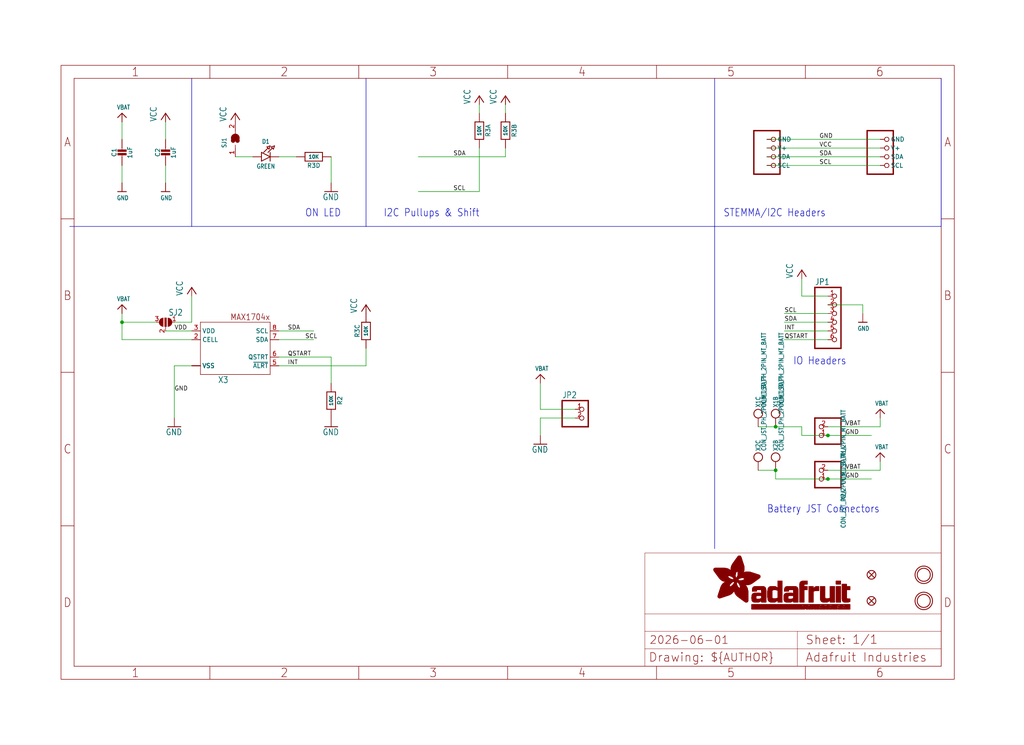
<source format=kicad_sch>
(kicad_sch (version 20230121) (generator eeschema)
  (paper "User" 298.45 217.322)
  (lib_symbols
    (symbol "working-eagle-import:CAP_CERAMIC0603_NO"
      (property "Reference" "C" (at -2.29 1.25 90))
      (symbol "CAP_CERAMIC0603_NO_1_0"
        (pin passive line (at 0 5.08 270) (length 2.54) (name "1") (number "1"))
        (pin passive line (at 0 -2.54 90) (length 2.54) (name "2") (number "2"))
      )
    )
    (symbol "working-eagle-import:CON_JST_PH_2PIN_MT_BATT"
      (property "Reference" "X" (at 0 5.588 90))
      (symbol "CON_JST_PH_2PIN_MT_BATT_1_0"
        (pin passive inverted (at -2.54 2.54 0) (length 2.54) (name "1") (number "1"))
        (pin passive inverted (at -2.54 0 0) (length 2.54) (name "2") (number "2"))
      )
      (symbol "CON_JST_PH_2PIN_MT_BATT_2_0"
        (pin bidirectional line (at 0 0 90) (length 2.54) (name "P$1") (number "NC2"))
      )
      (symbol "CON_JST_PH_2PIN_MT_BATT_3_0"
        (pin bidirectional line (at 0 0 90) (length 2.54) (name "P$1") (number "NC1"))
      )
    )
    (symbol "working-eagle-import:FIDUCIAL_1MM")
    (symbol "working-eagle-import:FRAME_A4_ADAFRUIT"
      (symbol "FRAME_A4_ADAFRUIT_1_0"
        (text "${#}/${##}" (at 230.505 10.16 0) (effects (font (size 2.54 2.54)) (justify left bottom)))
        (text "${AUTHOR}" (at 189.23 5.08 0) (effects (font (size 2.286 2.286)) (justify left bottom)))
        (text "${CURRENT_DATE}" (at 171.45 10.16 0) (effects (font (size 2.286 2.286)) (justify left bottom)))
        (text "${PROJECTNAME}" (at 171.45 15.24 0) (effects (font (size 2.54 2.54)) (justify left bottom)))
        (text "1" (at 21.6958 1.905 0) (effects (font (size 2.54 2.286))))
        (text "1" (at 21.6958 177.165 0) (effects (font (size 2.54 2.286))))
        (text "2" (at 65.0875 1.905 0) (effects (font (size 2.54 2.286))))
        (text "2" (at 65.0875 177.165 0) (effects (font (size 2.54 2.286))))
        (text "3" (at 108.4792 1.905 0) (effects (font (size 2.54 2.286))))
        (text "3" (at 108.4792 177.165 0) (effects (font (size 2.54 2.286))))
        (text "4" (at 151.8708 1.905 0) (effects (font (size 2.54 2.286))))
        (text "4" (at 151.8708 177.165 0) (effects (font (size 2.54 2.286))))
        (text "5" (at 195.2625 1.905 0) (effects (font (size 2.54 2.286))))
        (text "5" (at 195.2625 177.165 0) (effects (font (size 2.54 2.286))))
        (text "6" (at 238.6542 1.905 0) (effects (font (size 2.54 2.286))))
        (text "6" (at 238.6542 177.165 0) (effects (font (size 2.54 2.286))))
        (text "A" (at 1.905 156.6863 0) (effects (font (size 2.54 2.286))))
        (text "A" (at 258.445 156.6863 0) (effects (font (size 2.54 2.286))))
        (text "Adafruit Industries" (at 216.916 4.953 0) (effects (font (size 2.54 2.54)) (justify left bottom)))
        (text "B" (at 1.905 111.9188 0) (effects (font (size 2.54 2.286))))
        (text "B" (at 258.445 111.9188 0) (effects (font (size 2.54 2.286))))
        (text "C" (at 1.905 67.1513 0) (effects (font (size 2.54 2.286))))
        (text "C" (at 258.445 67.1513 0) (effects (font (size 2.54 2.286))))
        (text "D" (at 1.905 22.3838 0) (effects (font (size 2.54 2.286))))
        (text "D" (at 258.445 22.3838 0) (effects (font (size 2.54 2.286))))
        (text "Drawing:" (at 171.196 4.953 0) (effects (font (size 2.54 2.54)) (justify left bottom)))
        (text "Sheet:" (at 216.916 10.033 0) (effects (font (size 2.54 2.54)) (justify left bottom)))
      )
    )
    (symbol "working-eagle-import:GND" (power)
      (property "Value" "GND" (at -1.524 -2.54 0))
      (symbol "GND_1_0"
        (pin power_in line (at 0 2.54 270) (length 2.54) (name "GND") (number "1"))
      )
    )
    (symbol "working-eagle-import:HEADER-1X2ROUND"
      (property "Reference" "JP" (at -6.35 5.715 0))
      (symbol "HEADER-1X2ROUND_1_0"
        (pin passive inverted (at -2.54 2.54 0) (length 2.54) (name "1") (number "1"))
        (pin passive inverted (at -2.54 0 0) (length 2.54) (name "2") (number "2"))
      )
    )
    (symbol "working-eagle-import:HEADER-1X670MIL"
      (property "Reference" "JP" (at -6.35 10.795 0))
      (symbol "HEADER-1X670MIL_1_0"
        (pin passive inverted (at -2.54 7.62 0) (length 2.54) (name "1") (number "1"))
        (pin passive inverted (at -2.54 5.08 0) (length 2.54) (name "2") (number "2"))
        (pin passive inverted (at -2.54 2.54 0) (length 2.54) (name "3") (number "3"))
        (pin passive inverted (at -2.54 0 0) (length 2.54) (name "4") (number "4"))
        (pin passive inverted (at -2.54 -2.54 0) (length 2.54) (name "5") (number "5"))
        (pin passive inverted (at -2.54 -5.08 0) (length 2.54) (name "6") (number "6"))
      )
    )
    (symbol "working-eagle-import:LED0603_NOOUTLINE"
      (property "Reference" "D" (at -1.27 4.445 0))
      (symbol "LED0603_NOOUTLINE_1_0"
        (pin passive line (at -5.08 0 0) (length 2.54) (name "A") (number "A"))
        (pin passive line (at 2.54 0 180) (length 2.54) (name "C") (number "C"))
      )
    )
    (symbol "working-eagle-import:MAX17048/T"
      (property "Reference" "X" (at -5.08 -10.16 0))
      (symbol "MAX17048/T_1_0"
        (text "MAX1704x" (at 10.16 10.16 0) (effects (font (size 1.778 1.5113)) (justify right top)))
        (pin power_in line (at -12.7 -5.08 0) (length 2.54) (name "VSS") (number "1"))
        (pin power_in line (at -12.7 2.54 0) (length 2.54) (name "CELL") (number "2"))
        (pin power_in line (at -12.7 5.08 0) (length 2.54) (name "VDD") (number "3"))
        (pin power_in line (at -12.7 -5.08 0) (length 2.54) (name "VSS") (number "4"))
        (pin output line (at 12.7 -5.08 180) (length 2.54) (name "~{ALRT}") (number "5"))
        (pin input line (at 12.7 -2.54 180) (length 2.54) (name "QSTRT") (number "6"))
        (pin bidirectional line (at 12.7 2.54 180) (length 2.54) (name "SDA") (number "7"))
        (pin bidirectional line (at 12.7 5.08 180) (length 2.54) (name "SCL") (number "8"))
        (pin power_in line (at -12.7 -5.08 0) (length 2.54) (name "VSS") (number "THERMAL"))
      )
    )
    (symbol "working-eagle-import:MOUNTINGHOLE2.5")
    (symbol "working-eagle-import:RESISTOR_0603_NOOUT"
      (property "Reference" "R" (at 0 2.54 0))
      (symbol "RESISTOR_0603_NOOUT_1_0"
        (pin passive line (at -5.08 0 0) (length 2.54) (name "1") (number "1"))
        (pin passive line (at 5.08 0 180) (length 2.54) (name "2") (number "2"))
      )
    )
    (symbol "working-eagle-import:RESISTOR_4PACK"
      (property "Reference" "R" (at 0 2.54 0))
      (symbol "RESISTOR_4PACK_1_0"
        (pin passive line (at -5.08 0 0) (length 2.54) (name "1") (number "1"))
        (pin passive line (at 5.08 0 180) (length 2.54) (name "2") (number "8"))
      )
      (symbol "RESISTOR_4PACK_2_0"
        (pin passive line (at -5.08 0 0) (length 2.54) (name "1") (number "2"))
        (pin passive line (at 5.08 0 180) (length 2.54) (name "2") (number "7"))
      )
      (symbol "RESISTOR_4PACK_3_0"
        (pin passive line (at -5.08 0 0) (length 2.54) (name "1") (number "3"))
        (pin passive line (at 5.08 0 180) (length 2.54) (name "2") (number "6"))
      )
      (symbol "RESISTOR_4PACK_4_0"
        (pin passive line (at -5.08 0 0) (length 2.54) (name "1") (number "4"))
        (pin passive line (at 5.08 0 180) (length 2.54) (name "2") (number "5"))
      )
    )
    (symbol "working-eagle-import:SOLDERJUMPERCLOSED"
      (property "Reference" "SJ" (at -2.54 2.54 0))
      (symbol "SOLDERJUMPERCLOSED_1_0"
        (pin passive line (at -5.08 0 0) (length 2.54) (name "1") (number "1"))
        (pin passive line (at 5.08 0 180) (length 2.54) (name "2") (number "2"))
      )
    )
    (symbol "working-eagle-import:SOLDERJUMPER_2WAY"
      (property "Reference" "SJ" (at -5.08 -3.81 0))
      (symbol "SOLDERJUMPER_2WAY_1_0"
        (pin passive line (at -2.54 0 0) (length 0) (name "1") (number "1"))
        (pin passive line (at 0 2.54 270) (length 0) (name "2") (number "2"))
        (pin passive line (at 2.54 0 180) (length 0) (name "3") (number "3"))
      )
    )
    (symbol "working-eagle-import:STEMMA_I2C_QT"
      (symbol "STEMMA_I2C_QT_1_0"
        (pin passive inverted (at 0 5.08 0) (length 2.54) (name "GND") (number "1"))
        (pin passive inverted (at 0 2.54 0) (length 2.54) (name "V+") (number "2"))
        (pin passive inverted (at 0 0 0) (length 2.54) (name "SDA") (number "3"))
        (pin passive inverted (at 0 -2.54 0) (length 2.54) (name "SCL") (number "4"))
      )
      (symbol "STEMMA_I2C_QT_2_0"
        (pin bidirectional line (at 0 0 0) (length 5.08) (name "MT") (number "MT1"))
      )
      (symbol "STEMMA_I2C_QT_3_0"
        (pin bidirectional line (at 0 0 0) (length 5.08) (name "MT") (number "MT2"))
      )
    )
    (symbol "working-eagle-import:VBAT" (power)
      (property "Value" "VBAT" (at -1.524 1.016 0))
      (symbol "VBAT_1_0"
        (pin power_in line (at 0 -2.54 90) (length 2.54) (name "VBAT") (number "1"))
      )
    )
    (symbol "working-eagle-import:VCC" (power)
      (property "Value" "VCC" (at -2.54 -2.54 90))
      (symbol "VCC_1_0"
        (pin power_in line (at 0 -2.54 90) (length 2.54) (name "VCC") (number "1"))
      )
    )
    (symbol "working-eagle-import:supply1_GND" (power)
      (property "Value" "supply1_GND" (at -2.54 -2.54 0))
      (symbol "supply1_GND_1_0"
        (pin power_in line (at 0 2.54 270) (length 2.54) (name "GND") (number "1"))
      )
    )
  )
  (junction (at 226.06 137.16))
  (junction (at 241.3 139.7))
  (junction (at 35.56 93.98))
  (junction (at 226.06 124.46))
  (junction (at 241.3 127))
  (wire (pts (xy 241.3 137.16) (xy 256.54 137.16)) (stroke (width 0.1524)))
  (wire (pts (xy 256.54 124.46) (xy 256.54 121.92)) (stroke (width 0.1524)))
  (wire (pts (xy 241.3 99.06) (xy 228.6 99.06)) (stroke (width 0.1524)))
  (wire (pts (xy 81.28 96.52) (xy 91.44 96.52)) (stroke (width 0.1524)))
  (polyline (pts (xy 55.88 66.04) (xy 106.68 66.04)) (stroke (width 0.1524) (type solid)))
  (wire (pts (xy 48.26 40.64) (xy 48.26 35.56)) (stroke (width 0.1524)))
  (wire (pts (xy 167.64 121.92) (xy 157.48 121.92)) (stroke (width 0.1524)))
  (wire (pts (xy 147.32 33.02) (xy 147.32 30.48)) (stroke (width 0.1524)))
  (wire (pts (xy 81.28 99.06) (xy 91.44 99.06)) (stroke (width 0.1524)))
  (polyline (pts (xy 208.28 66.04) (xy 274.32 66.04)) (stroke (width 0.1524) (type solid)))
  (wire (pts (xy 55.88 99.06) (xy 35.56 99.06)) (stroke (width 0.1524)))
  (wire (pts (xy 35.56 99.06) (xy 35.56 93.98)) (stroke (width 0.1524)))
  (wire (pts (xy 139.7 55.88) (xy 121.92 55.88)) (stroke (width 0.1524)))
  (wire (pts (xy 55.88 106.68) (xy 50.8 106.68)) (stroke (width 0.1524)))
  (wire (pts (xy 241.3 88.9) (xy 251.46 88.9)) (stroke (width 0.1524)))
  (wire (pts (xy 96.52 104.14) (xy 96.52 111.76)) (stroke (width 0.1524)))
  (wire (pts (xy 81.28 106.68) (xy 106.68 106.68)) (stroke (width 0.1524)))
  (wire (pts (xy 35.56 93.98) (xy 35.56 91.44)) (stroke (width 0.1524)))
  (wire (pts (xy 241.3 91.44) (xy 228.6 91.44)) (stroke (width 0.1524)))
  (wire (pts (xy 50.8 106.68) (xy 50.8 121.92)) (stroke (width 0.1524)))
  (wire (pts (xy 256.54 40.64) (xy 223.52 40.64)) (stroke (width 0.1524)))
  (wire (pts (xy 81.28 45.72) (xy 86.36 45.72)) (stroke (width 0.1524)))
  (wire (pts (xy 167.64 119.38) (xy 157.48 119.38)) (stroke (width 0.1524)))
  (wire (pts (xy 241.3 139.7) (xy 254 139.7)) (stroke (width 0.1524)))
  (wire (pts (xy 256.54 137.16) (xy 256.54 134.62)) (stroke (width 0.1524)))
  (wire (pts (xy 157.48 121.92) (xy 157.48 127)) (stroke (width 0.1524)))
  (wire (pts (xy 226.06 137.16) (xy 226.06 139.7)) (stroke (width 0.1524)))
  (polyline (pts (xy 20.32 66.04) (xy 55.88 66.04)) (stroke (width 0.1524) (type solid)))
  (wire (pts (xy 147.32 43.18) (xy 147.32 45.72)) (stroke (width 0.1524)))
  (wire (pts (xy 68.58 45.72) (xy 73.66 45.72)) (stroke (width 0.1524)))
  (wire (pts (xy 55.88 93.98) (xy 55.88 86.36)) (stroke (width 0.1524)))
  (wire (pts (xy 55.88 96.52) (xy 48.26 96.52)) (stroke (width 0.1524)))
  (wire (pts (xy 233.68 86.36) (xy 233.68 81.28)) (stroke (width 0.1524)))
  (wire (pts (xy 220.98 124.46) (xy 226.06 124.46)) (stroke (width 0.1524)))
  (wire (pts (xy 81.28 104.14) (xy 96.52 104.14)) (stroke (width 0.1524)))
  (wire (pts (xy 233.68 124.46) (xy 233.68 127)) (stroke (width 0.1524)))
  (wire (pts (xy 35.56 35.56) (xy 35.56 40.64)) (stroke (width 0.1524)))
  (wire (pts (xy 48.26 48.26) (xy 48.26 53.34)) (stroke (width 0.1524)))
  (wire (pts (xy 241.3 96.52) (xy 228.6 96.52)) (stroke (width 0.1524)))
  (wire (pts (xy 256.54 45.72) (xy 223.52 45.72)) (stroke (width 0.1524)))
  (wire (pts (xy 226.06 139.7) (xy 241.3 139.7)) (stroke (width 0.1524)))
  (polyline (pts (xy 55.88 22.86) (xy 55.88 66.04)) (stroke (width 0.1524) (type solid)))
  (wire (pts (xy 139.7 30.48) (xy 139.7 33.02)) (stroke (width 0.1524)))
  (wire (pts (xy 96.52 45.72) (xy 96.52 53.34)) (stroke (width 0.1524)))
  (polyline (pts (xy 274.32 22.86) (xy 274.32 66.04)) (stroke (width 0.1524) (type solid)))
  (wire (pts (xy 241.3 86.36) (xy 233.68 86.36)) (stroke (width 0.1524)))
  (wire (pts (xy 45.72 93.98) (xy 35.56 93.98)) (stroke (width 0.1524)))
  (wire (pts (xy 223.52 48.26) (xy 256.54 48.26)) (stroke (width 0.1524)))
  (wire (pts (xy 251.46 88.9) (xy 251.46 91.44)) (stroke (width 0.1524)))
  (wire (pts (xy 139.7 43.18) (xy 139.7 55.88)) (stroke (width 0.1524)))
  (wire (pts (xy 106.68 106.68) (xy 106.68 101.6)) (stroke (width 0.1524)))
  (polyline (pts (xy 208.28 66.04) (xy 208.28 160.02)) (stroke (width 0.1524) (type solid)))
  (wire (pts (xy 35.56 48.26) (xy 35.56 53.34)) (stroke (width 0.1524)))
  (polyline (pts (xy 106.68 66.04) (xy 208.28 66.04)) (stroke (width 0.1524) (type solid)))
  (wire (pts (xy 233.68 127) (xy 241.3 127)) (stroke (width 0.1524)))
  (wire (pts (xy 157.48 119.38) (xy 157.48 111.76)) (stroke (width 0.1524)))
  (polyline (pts (xy 106.68 22.86) (xy 106.68 66.04)) (stroke (width 0.1524) (type solid)))
  (wire (pts (xy 50.8 93.98) (xy 55.88 93.98)) (stroke (width 0.1524)))
  (wire (pts (xy 241.3 93.98) (xy 228.6 93.98)) (stroke (width 0.1524)))
  (wire (pts (xy 220.98 137.16) (xy 226.06 137.16)) (stroke (width 0.1524)))
  (wire (pts (xy 147.32 45.72) (xy 121.92 45.72)) (stroke (width 0.1524)))
  (wire (pts (xy 241.3 124.46) (xy 256.54 124.46)) (stroke (width 0.1524)))
  (polyline (pts (xy 208.28 22.86) (xy 208.28 66.04)) (stroke (width 0.1524) (type solid)))
  (wire (pts (xy 226.06 124.46) (xy 233.68 124.46)) (stroke (width 0.1524)))
  (wire (pts (xy 241.3 127) (xy 254 127)) (stroke (width 0.1524)))
  (wire (pts (xy 223.52 43.18) (xy 256.54 43.18)) (stroke (width 0.1524)))
  (text "IO Headers" (at 231.14 106.68 0) (effects (font (size 2.1844 1.8567)) (justify left bottom)))
  (text "ON LED" (at 88.9 63.5 0) (effects (font (size 2.1844 1.8567)) (justify left bottom)))
  (text "STEMMA/I2C Headers" (at 210.82 63.5 0) (effects (font (size 2.1844 1.8567)) (justify left bottom)))
  (text "Battery JST Connectors" (at 223.52 149.86 0) (effects (font (size 2.1844 1.8567)) (justify left bottom)))
  (text "I2C Pullups & Shift" (at 111.76 63.5 0) (effects (font (size 2.1844 1.8567)) (justify left bottom)))
  (label "SCL" (at 132.08 55.88 0) (effects (font (size 1.2446 1.2446))))
  (label "VBAT" (at 246.38 124.46 0) (effects (font (size 1.2446 1.2446))))
  (label "QSTART" (at 83.82 104.14 0) (effects (font (size 1.2446 1.2446))))
  (label "SCL" (at 228.6 91.44 0) (effects (font (size 1.2446 1.2446))))
  (label "SDA" (at 132.08 45.72 0) (effects (font (size 1.2446 1.2446))))
  (label "SDA" (at 83.82 96.52 0) (effects (font (size 1.2446 1.2446))))
  (label "SCL" (at 88.9 99.06 0) (effects (font (size 1.2446 1.2446))))
  (label "SDA" (at 228.6 93.98 0) (effects (font (size 1.2446 1.2446))))
  (label "VDD" (at 50.8 96.52 0) (effects (font (size 1.2446 1.2446))))
  (label "GND" (at 246.38 139.7 0) (effects (font (size 1.2446 1.2446))))
  (label "SDA" (at 238.76 45.72 0) (effects (font (size 1.2446 1.2446))))
  (label "GND" (at 238.76 40.64 0) (effects (font (size 1.2446 1.2446))))
  (label "INT" (at 83.82 106.68 0) (effects (font (size 1.2446 1.2446))))
  (label "GND" (at 246.38 127 0) (effects (font (size 1.2446 1.2446))))
  (label "GND" (at 50.8 114.3 0) (effects (font (size 1.2446 1.2446))))
  (label "QSTART" (at 228.6 99.06 0) (effects (font (size 1.2446 1.2446))))
  (label "VCC" (at 238.76 43.18 0) (effects (font (size 1.2446 1.2446))))
  (label "SCL" (at 238.76 48.26 0) (effects (font (size 1.2446 1.2446))))
  (label "INT" (at 228.6 96.52 0) (effects (font (size 1.2446 1.2446))))
  (label "VBAT" (at 246.38 137.16 0) (effects (font (size 1.2446 1.2446))))
  (symbol (lib_id "working-eagle-import:supply1_GND") (at 96.52 124.46 0) (unit 1)
    (property "Reference" "#GND1" (effects hide))
    (property "Value" "GND" (at 93.98 127 0) (effects (font (size 1.778 1.5113)) (justify left bottom)))
  )
  (symbol (lib_id "working-eagle-import:supply1_GND") (at 96.52 55.88 0) (unit 1)
    (property "Reference" "#GND6" (effects hide))
    (property "Value" "GND" (at 93.98 58.42 0) (effects (font (size 1.778 1.5113)) (justify left bottom)))
  )
  (symbol (lib_id "working-eagle-import:VBAT") (at 35.56 33.02 0) (unit 1)
    (property "Reference" "#U$2" (effects hide))
    (property "Value" "VBAT" (at 34.036 32.004 0) (effects (font (size 1.27 1.0795)) (justify left bottom)))
  )
  (symbol (lib_id "working-eagle-import:FRAME_A4_ADAFRUIT") (at 17.78 198.12 0) (unit 1)
    (property "Reference" "#U$18" (effects hide))
    (property "Value" "FRAME_A4_ADAFRUIT" (effects hide))
  )
  (symbol (lib_id "working-eagle-import:VBAT") (at 256.54 119.38 0) (unit 1)
    (property "Reference" "#U$3" (effects hide))
    (property "Value" "VBAT" (at 255.016 118.364 0) (effects (font (size 1.27 1.0795)) (justify left bottom)))
  )
  (symbol (lib_id "working-eagle-import:VCC") (at 68.58 33.02 0) (unit 1)
    (property "Reference" "#P+6" (effects hide))
    (property "Value" "VCC" (at 66.04 35.56 90) (effects (font (size 1.778 1.5113)) (justify left bottom)))
  )
  (symbol (lib_id "working-eagle-import:FIDUCIAL_1MM") (at 254 175.26 0) (unit 1)
    (property "Reference" "FID3" (effects hide))
    (property "Value" "FIDUCIAL_1MM" (effects hide))
    (property "Footprint" "working:FIDUCIAL_1MM" (effects hide))
  )
  (symbol (lib_id "working-eagle-import:CON_JST_PH_2PIN_MT_BATT") (at 238.76 137.16 180) (unit 1)
    (property "Reference" "X2" (at 245.11 142.875 90) (effects (font (size 1.27 1.0795)) (justify left bottom)))
    (property "Value" "CON_JST_PH_2PIN_MT_BATT" (at 245.11 132.08 90) (effects (font (size 1.27 1.0795)) (justify left bottom)))
    (property "Footprint" "working:JSTPH2_BATT" (effects hide))
  )
  (symbol (lib_id "working-eagle-import:MAX17048/T") (at 68.58 101.6 0) (unit 1)
    (property "Reference" "X3" (at 63.5 111.76 0) (effects (font (size 1.778 1.5113)) (justify left bottom)))
    (property "Value" "MAX17048/T" (effects hide))
    (property "Footprint" "working:TDFN8_2X2MM" (effects hide))
  )
  (symbol (lib_id "working-eagle-import:STEMMA_I2C_QT") (at 223.52 45.72 0) (unit 1)
    (property "Reference" "CONN3" (effects hide))
    (property "Value" "STEMMA_I2C_QT" (effects hide))
    (property "Footprint" "working:JST_SH4" (effects hide))
  )
  (symbol (lib_id "working-eagle-import:STEMMA_I2C_QT") (at 256.54 45.72 0) (unit 1)
    (property "Reference" "CONN4" (effects hide))
    (property "Value" "STEMMA_I2C_QT" (effects hide))
    (property "Footprint" "working:JST_SH4" (effects hide))
  )
  (symbol (lib_id "working-eagle-import:CON_JST_PH_2PIN_MT_BATT") (at 226.06 137.16 0) (unit 2)
    (property "Reference" "X2" (at 226.06 131.572 90) (effects (font (size 1.27 1.0795)) (justify left)))
    (property "Value" "CON_JST_PH_2PIN_MT_BATT" (at 227.711 131.572 90) (effects (font (size 1.27 1.0795)) (justify left)))
    (property "Footprint" "working:JSTPH2_BATT" (effects hide))
  )
  (symbol (lib_id "working-eagle-import:LED0603_NOOUTLINE") (at 78.74 45.72 0) (unit 1)
    (property "Reference" "D1" (at 77.47 41.275 0) (effects (font (size 1.27 1.0795))))
    (property "Value" "GREEN" (at 77.47 48.514 0) (effects (font (size 1.27 1.0795))))
    (property "Footprint" "working:CHIPLED_0603_NOOUTLINE" (effects hide))
  )
  (symbol (lib_id "working-eagle-import:VCC") (at 147.32 27.94 0) (unit 1)
    (property "Reference" "#P+2" (effects hide))
    (property "Value" "VCC" (at 144.78 30.48 90) (effects (font (size 1.778 1.5113)) (justify left bottom)))
  )
  (symbol (lib_id "working-eagle-import:supply1_GND") (at 50.8 124.46 0) (unit 1)
    (property "Reference" "#GND3" (effects hide))
    (property "Value" "GND" (at 48.26 127 0) (effects (font (size 1.778 1.5113)) (justify left bottom)))
  )
  (symbol (lib_id "working-eagle-import:CON_JST_PH_2PIN_MT_BATT") (at 220.98 137.16 0) (unit 3)
    (property "Reference" "X2" (at 220.98 131.572 90) (effects (font (size 1.27 1.0795)) (justify left)))
    (property "Value" "CON_JST_PH_2PIN_MT_BATT" (at 222.631 131.572 90) (effects (font (size 1.27 1.0795)) (justify left)))
    (property "Footprint" "working:JSTPH2_BATT" (effects hide))
  )
  (symbol (lib_id "working-eagle-import:SOLDERJUMPERCLOSED") (at 68.58 40.64 90) (unit 1)
    (property "Reference" "SJ1" (at 66.04 43.18 0) (effects (font (size 1.27 1.0795)) (justify left bottom)))
    (property "Value" "SOLDERJUMPERCLOSED" (effects hide))
    (property "Footprint" "working:SOLDERJUMPER_CLOSEDWIRE" (effects hide))
  )
  (symbol (lib_id "working-eagle-import:FIDUCIAL_1MM") (at 254 167.64 0) (unit 1)
    (property "Reference" "FID4" (effects hide))
    (property "Value" "FIDUCIAL_1MM" (effects hide))
    (property "Footprint" "working:FIDUCIAL_1MM" (effects hide))
  )
  (symbol (lib_id "working-eagle-import:CAP_CERAMIC0603_NO") (at 48.26 45.72 0) (unit 1)
    (property "Reference" "C2" (at 45.97 44.47 90))
    (property "Value" "1uF" (at 50.56 44.47 90))
    (property "Footprint" "working:0603-NO" (effects hide))
  )
  (symbol (lib_id "working-eagle-import:VBAT") (at 256.54 132.08 0) (unit 1)
    (property "Reference" "#U$4" (effects hide))
    (property "Value" "VBAT" (at 255.016 131.064 0) (effects (font (size 1.27 1.0795)) (justify left bottom)))
  )
  (symbol (lib_id "working-eagle-import:MOUNTINGHOLE2.5") (at 269.24 167.64 0) (unit 1)
    (property "Reference" "U$19" (effects hide))
    (property "Value" "MOUNTINGHOLE2.5" (effects hide))
    (property "Footprint" "working:MOUNTINGHOLE_2.5_PLATED" (effects hide))
  )
  (symbol (lib_id "working-eagle-import:HEADER-1X2ROUND") (at 170.18 121.92 0) (unit 1)
    (property "Reference" "JP2" (at 163.83 116.205 0) (effects (font (size 1.778 1.5113)) (justify left bottom)))
    (property "Value" "HEADER-1X2ROUND" (effects hide))
    (property "Footprint" "working:1X02_ROUND" (effects hide))
  )
  (symbol (lib_id "working-eagle-import:VCC") (at 233.68 78.74 0) (unit 1)
    (property "Reference" "#P+4" (effects hide))
    (property "Value" "VCC" (at 231.14 81.28 90) (effects (font (size 1.778 1.5113)) (justify left bottom)))
  )
  (symbol (lib_id "working-eagle-import:RESISTOR_4PACK") (at 139.7 38.1 270) (unit 1)
    (property "Reference" "R3" (at 142.24 38.1 0))
    (property "Value" "10K" (at 139.7 38.1 0) (effects (font (size 1.016 1.016) bold)))
    (property "Footprint" "working:RESPACK_4X0603" (effects hide))
  )
  (symbol (lib_id "working-eagle-import:RESISTOR_0603_NOOUT") (at 96.52 116.84 270) (unit 1)
    (property "Reference" "R2" (at 99.06 116.84 0))
    (property "Value" "10K" (at 96.52 116.84 0) (effects (font (size 1.016 1.016) bold)))
    (property "Footprint" "working:0603-NO" (effects hide))
  )
  (symbol (lib_id "working-eagle-import:VCC") (at 139.7 27.94 0) (unit 1)
    (property "Reference" "#P+1" (effects hide))
    (property "Value" "VCC" (at 137.16 30.48 90) (effects (font (size 1.778 1.5113)) (justify left bottom)))
  )
  (symbol (lib_id "working-eagle-import:SOLDERJUMPER_2WAY") (at 48.26 93.98 180) (unit 1)
    (property "Reference" "SJ2" (at 53.34 90.17 0) (effects (font (size 1.778 1.5113)) (justify left bottom)))
    (property "Value" "SOLDERJUMPER_2WAY" (effects hide))
    (property "Footprint" "working:SOLDERJUMPER_2WAY_OPEN_NOPASTE" (effects hide))
  )
  (symbol (lib_id "working-eagle-import:RESISTOR_4PACK") (at 147.32 38.1 270) (unit 2)
    (property "Reference" "R3" (at 149.86 38.1 0))
    (property "Value" "10K" (at 147.32 38.1 0) (effects (font (size 1.016 1.016) bold)))
    (property "Footprint" "working:RESPACK_4X0603" (effects hide))
  )
  (symbol (lib_id "working-eagle-import:CON_JST_PH_2PIN_MT_BATT") (at 226.06 124.46 0) (unit 2)
    (property "Reference" "X1" (at 226.06 118.872 90) (effects (font (size 1.27 1.0795)) (justify left)))
    (property "Value" "CON_JST_PH_2PIN_MT_BATT" (at 227.711 118.872 90) (effects (font (size 1.27 1.0795)) (justify left)))
    (property "Footprint" "working:JSTPH2_BATT" (effects hide))
  )
  (symbol (lib_id "working-eagle-import:RESISTOR_4PACK") (at 91.44 45.72 180) (unit 4)
    (property "Reference" "R3" (at 91.44 48.26 0))
    (property "Value" "10K" (at 91.44 45.72 0) (effects (font (size 1.016 1.016) bold)))
    (property "Footprint" "working:RESPACK_4X0603" (effects hide))
  )
  (symbol (lib_id "working-eagle-import:MOUNTINGHOLE2.5") (at 269.24 175.26 0) (unit 1)
    (property "Reference" "U$21" (effects hide))
    (property "Value" "MOUNTINGHOLE2.5" (effects hide))
    (property "Footprint" "working:MOUNTINGHOLE_2.5_PLATED" (effects hide))
  )
  (symbol (lib_id "working-eagle-import:GND") (at 35.56 55.88 0) (unit 1)
    (property "Reference" "#U$6" (effects hide))
    (property "Value" "GND" (at 34.036 58.42 0) (effects (font (size 1.27 1.0795)) (justify left bottom)))
  )
  (symbol (lib_id "working-eagle-import:CON_JST_PH_2PIN_MT_BATT") (at 220.98 124.46 0) (unit 3)
    (property "Reference" "X1" (at 220.98 118.872 90) (effects (font (size 1.27 1.0795)) (justify left)))
    (property "Value" "CON_JST_PH_2PIN_MT_BATT" (at 222.631 118.872 90) (effects (font (size 1.27 1.0795)) (justify left)))
    (property "Footprint" "working:JSTPH2_BATT" (effects hide))
  )
  (symbol (lib_id "working-eagle-import:VCC") (at 55.88 83.82 0) (unit 1)
    (property "Reference" "#P+5" (effects hide))
    (property "Value" "VCC" (at 53.34 86.36 90) (effects (font (size 1.778 1.5113)) (justify left bottom)))
  )
  (symbol (lib_id "working-eagle-import:VCC") (at 48.26 33.02 0) (unit 1)
    (property "Reference" "#P+7" (effects hide))
    (property "Value" "VCC" (at 45.72 35.56 90) (effects (font (size 1.778 1.5113)) (justify left bottom)))
  )
  (symbol (lib_id "working-eagle-import:GND") (at 48.26 55.88 0) (unit 1)
    (property "Reference" "#U$7" (effects hide))
    (property "Value" "GND" (at 46.736 58.42 0) (effects (font (size 1.27 1.0795)) (justify left bottom)))
  )
  (symbol (lib_id "working-eagle-import:VBAT") (at 35.56 88.9 0) (unit 1)
    (property "Reference" "#U$5" (effects hide))
    (property "Value" "VBAT" (at 34.036 87.884 0) (effects (font (size 1.27 1.0795)) (justify left bottom)))
  )
  (symbol (lib_id "working-eagle-import:GND") (at 251.46 93.98 0) (unit 1)
    (property "Reference" "#U$10" (effects hide))
    (property "Value" "GND" (at 249.936 96.52 0) (effects (font (size 1.27 1.0795)) (justify left bottom)))
  )
  (symbol (lib_id "working-eagle-import:VCC") (at 106.68 88.9 0) (unit 1)
    (property "Reference" "#P+3" (effects hide))
    (property "Value" "VCC" (at 104.14 91.44 90) (effects (font (size 1.778 1.5113)) (justify left bottom)))
  )
  (symbol (lib_id "working-eagle-import:HEADER-1X670MIL") (at 243.84 93.98 0) (unit 1)
    (property "Reference" "JP1" (at 237.49 83.185 0) (effects (font (size 1.778 1.5113)) (justify left bottom)))
    (property "Value" "HEADER-1X670MIL" (effects hide))
    (property "Footprint" "working:1X06_ROUND_70" (effects hide))
  )
  (symbol (lib_id "working-eagle-import:CAP_CERAMIC0603_NO") (at 35.56 45.72 0) (unit 1)
    (property "Reference" "C1" (at 33.27 44.47 90))
    (property "Value" "1uF" (at 37.86 44.47 90))
    (property "Footprint" "working:0603-NO" (effects hide))
  )
  (symbol (lib_id "working-eagle-import:RESISTOR_4PACK") (at 106.68 96.52 90) (unit 3)
    (property "Reference" "R3" (at 104.14 96.52 0))
    (property "Value" "10K" (at 106.68 96.52 0) (effects (font (size 1.016 1.016) bold)))
    (property "Footprint" "working:RESPACK_4X0603" (effects hide))
  )
  (symbol (lib_id "working-eagle-import:supply1_GND") (at 157.48 129.54 0) (unit 1)
    (property "Reference" "#GND2" (effects hide))
    (property "Value" "GND" (at 154.94 132.08 0) (effects (font (size 1.778 1.5113)) (justify left bottom)))
  )
  (symbol (lib_id "working-eagle-import:CON_JST_PH_2PIN_MT_BATT") (at 238.76 124.46 180) (unit 1)
    (property "Reference" "X1" (at 245.11 130.175 90) (effects (font (size 1.27 1.0795)) (justify left bottom)))
    (property "Value" "CON_JST_PH_2PIN_MT_BATT" (at 245.11 119.38 90) (effects (font (size 1.27 1.0795)) (justify left bottom)))
    (property "Footprint" "working:JSTPH2_BATT" (effects hide))
  )
  (symbol (lib_id "working-eagle-import:VBAT") (at 157.48 109.22 0) (unit 1)
    (property "Reference" "#U$1" (effects hide))
    (property "Value" "VBAT" (at 155.956 108.204 0) (effects (font (size 1.27 1.0795)) (justify left bottom)))
  )
)
</source>
